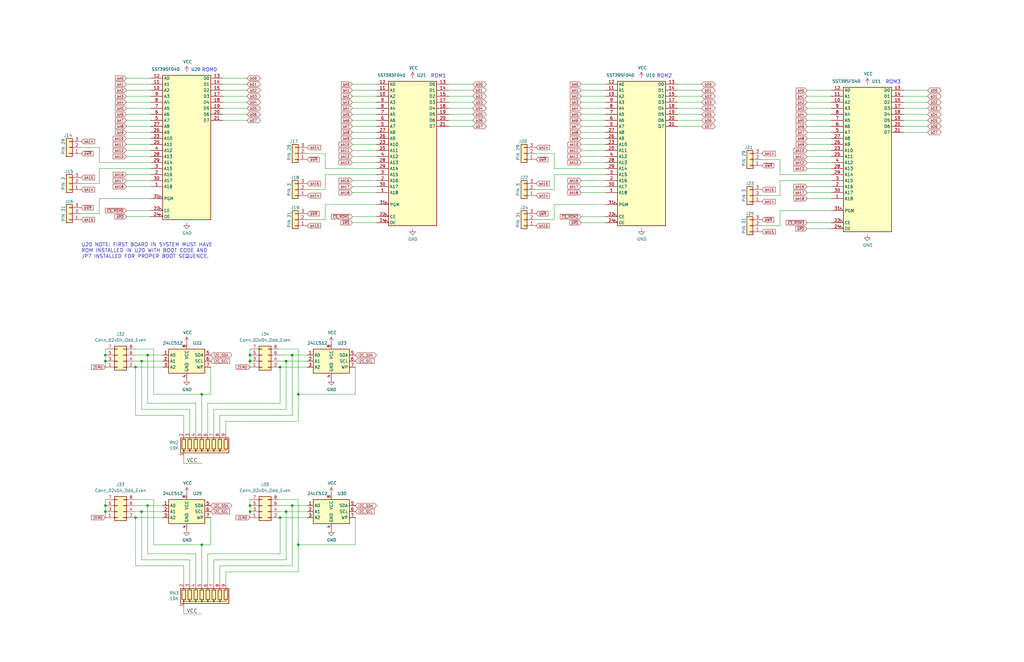
<source format=kicad_sch>
(kicad_sch (version 20211123) (generator eeschema)
  (paper "B")
  (lib_symbols
    (symbol "Connector_Generic:Conn_01x03" (pin_names (offset 1.016) hide)
      (property "Reference" "J" (at 0 5.08 0))
      (property "Value" "Conn_01x03" (at 0 -5.08 0))
      (symbol "Conn_01x03_1_1"
        (rectangle (start -1.27 -2.413) (end 0 -2.667) (stroke (width 0.1524)))
        (rectangle (start -1.27 0.127) (end 0 -0.127) (stroke (width 0.1524)))
        (rectangle (start -1.27 2.667) (end 0 2.413) (stroke (width 0.1524)))
        (rectangle (start -1.27 3.81) (end 1.27 -3.81) (stroke (width 0.254)) (fill (type background)))
        (pin passive line (at -5.08 2.54 0) (length 3.81) (name "Pin_1") (number "1"))
        (pin passive line (at -5.08 0 0) (length 3.81) (name "Pin_2") (number "2"))
        (pin passive line (at -5.08 -2.54 0) (length 3.81) (name "Pin_3") (number "3"))
      )
    )
    (symbol "Connector_Generic:Conn_02x04_Odd_Even" (pin_names (offset 1.016) hide)
      (property "Reference" "J" (at 1.27 5.08 0))
      (property "Value" "Conn_02x04_Odd_Even" (at 1.27 -7.62 0))
      (symbol "Conn_02x04_Odd_Even_1_1"
        (rectangle (start -1.27 -4.953) (end 0 -5.207) (stroke (width 0.1524)))
        (rectangle (start -1.27 -2.413) (end 0 -2.667) (stroke (width 0.1524)))
        (rectangle (start -1.27 0.127) (end 0 -0.127) (stroke (width 0.1524)))
        (rectangle (start -1.27 2.667) (end 0 2.413) (stroke (width 0.1524)))
        (rectangle (start -1.27 3.81) (end 3.81 -6.35) (stroke (width 0.254)) (fill (type background)))
        (rectangle (start 3.81 -4.953) (end 2.54 -5.207) (stroke (width 0.1524)))
        (rectangle (start 3.81 -2.413) (end 2.54 -2.667) (stroke (width 0.1524)))
        (rectangle (start 3.81 0.127) (end 2.54 -0.127) (stroke (width 0.1524)))
        (rectangle (start 3.81 2.667) (end 2.54 2.413) (stroke (width 0.1524)))
        (pin passive line (at -5.08 2.54 0) (length 3.81) (name "Pin_1") (number "1"))
        (pin passive line (at 7.62 2.54 180) (length 3.81) (name "Pin_2") (number "2"))
        (pin passive line (at -5.08 0 0) (length 3.81) (name "Pin_3") (number "3"))
        (pin passive line (at 7.62 0 180) (length 3.81) (name "Pin_4") (number "4"))
        (pin passive line (at -5.08 -2.54 0) (length 3.81) (name "Pin_5") (number "5"))
        (pin passive line (at 7.62 -2.54 180) (length 3.81) (name "Pin_6") (number "6"))
        (pin passive line (at -5.08 -5.08 0) (length 3.81) (name "Pin_7") (number "7"))
        (pin passive line (at 7.62 -5.08 180) (length 3.81) (name "Pin_8") (number "8"))
      )
    )
    (symbol "Device:R_Network08" (pin_names (offset 0) hide)
      (property "Reference" "RN" (at -12.7 0 90))
      (property "Value" "R_Network08" (at 10.16 0 90))
      (symbol "R_Network08_0_1"
        (rectangle (start -11.43 -3.175) (end 8.89 3.175) (stroke (width 0.254)) (fill (type background)))
        (rectangle (start -10.922 1.524) (end -9.398 -2.54) (stroke (width 0.254)))
        (circle (center -10.16 2.286) (radius 0.254) (fill (type outline)))
        (rectangle (start -8.382 1.524) (end -6.858 -2.54) (stroke (width 0.254)))
        (circle (center -7.62 2.286) (radius 0.254) (fill (type outline)))
        (rectangle (start -5.842 1.524) (end -4.318 -2.54) (stroke (width 0.254)))
        (circle (center -5.08 2.286) (radius 0.254) (fill (type outline)))
        (rectangle (start -3.302 1.524) (end -1.778 -2.54) (stroke (width 0.254)))
        (circle (center -2.54 2.286) (radius 0.254) (fill (type outline)))
        (rectangle (start -0.762 1.524) (end 0.762 -2.54) (stroke (width 0.254)))
        (polyline (pts (xy -10.16 -2.54) (xy -10.16 -3.81)))
        (polyline (pts (xy -7.62 -2.54) (xy -7.62 -3.81)))
        (polyline (pts (xy -5.08 -2.54) (xy -5.08 -3.81)))
        (polyline (pts (xy -2.54 -2.54) (xy -2.54 -3.81)))
        (polyline (pts (xy 0 -2.54) (xy 0 -3.81)))
        (polyline (pts (xy 2.54 -2.54) (xy 2.54 -3.81)))
        (polyline (pts (xy 5.08 -2.54) (xy 5.08 -3.81)))
        (polyline (pts (xy 7.62 -2.54) (xy 7.62 -3.81)))
        (polyline (pts (xy -10.16 1.524) (xy -10.16 2.286) (xy -7.62 2.286) (xy -7.62 1.524)))
        (polyline (pts (xy -7.62 1.524) (xy -7.62 2.286) (xy -5.08 2.286) (xy -5.08 1.524)))
        (polyline (pts (xy -5.08 1.524) (xy -5.08 2.286) (xy -2.54 2.286) (xy -2.54 1.524)))
        (polyline (pts (xy -2.54 1.524) (xy -2.54 2.286) (xy 0 2.286) (xy 0 1.524)))
        (polyline (pts (xy 0 1.524) (xy 0 2.286) (xy 2.54 2.286) (xy 2.54 1.524)))
        (polyline (pts (xy 2.54 1.524) (xy 2.54 2.286) (xy 5.08 2.286) (xy 5.08 1.524)))
        (polyline (pts (xy 5.08 1.524) (xy 5.08 2.286) (xy 7.62 2.286) (xy 7.62 1.524)))
        (circle (center 0 2.286) (radius 0.254) (fill (type outline)))
        (rectangle (start 1.778 1.524) (end 3.302 -2.54) (stroke (width 0.254)))
        (circle (center 2.54 2.286) (radius 0.254) (fill (type outline)))
        (rectangle (start 4.318 1.524) (end 5.842 -2.54) (stroke (width 0.254)))
        (circle (center 5.08 2.286) (radius 0.254) (fill (type outline)))
        (rectangle (start 6.858 1.524) (end 8.382 -2.54) (stroke (width 0.254)))
      )
      (symbol "R_Network08_1_1"
        (pin passive line (at -10.16 5.08 270) (length 2.54) (name "common") (number "1"))
        (pin passive line (at -10.16 -5.08 90) (length 1.27) (name "R1") (number "2"))
        (pin passive line (at -7.62 -5.08 90) (length 1.27) (name "R2") (number "3"))
        (pin passive line (at -5.08 -5.08 90) (length 1.27) (name "R3") (number "4"))
        (pin passive line (at -2.54 -5.08 90) (length 1.27) (name "R4") (number "5"))
        (pin passive line (at 0 -5.08 90) (length 1.27) (name "R5") (number "6"))
        (pin passive line (at 2.54 -5.08 90) (length 1.27) (name "R6") (number "7"))
        (pin passive line (at 5.08 -5.08 90) (length 1.27) (name "R7") (number "8"))
        (pin passive line (at 7.62 -5.08 90) (length 1.27) (name "R8") (number "9"))
      )
    )
    (symbol "Memory_EEPROM:24LC512"
      (property "Reference" "U" (at -6.35 6.35 0))
      (property "Value" "24LC512" (at 1.27 6.35 0))
      (symbol "24LC512_1_1"
        (rectangle (start -7.62 5.08) (end 7.62 -5.08) (stroke (width 0.254)) (fill (type background)))
        (pin input line (at -10.16 2.54 0) (length 2.54) (name "A0") (number "1"))
        (pin input line (at -10.16 0 0) (length 2.54) (name "A1") (number "2"))
        (pin input line (at -10.16 -2.54 0) (length 2.54) (name "A2") (number "3"))
        (pin power_in line (at 0 -7.62 90) (length 2.54) (name "GND") (number "4"))
        (pin bidirectional line (at 10.16 2.54 180) (length 2.54) (name "SDA") (number "5"))
        (pin input line (at 10.16 0 180) (length 2.54) (name "SCL") (number "6"))
        (pin input line (at 10.16 -2.54 180) (length 2.54) (name "WP") (number "7"))
        (pin power_in line (at 0 7.62 270) (length 2.54) (name "VCC") (number "8"))
      )
    )
    (symbol "Memory_Flash:SST39SF040"
      (property "Reference" "U" (at 2.54 33.02 0))
      (property "Value" "SST39SF040" (at 0 -30.48 0))
      (symbol "SST39SF040_0_0"
        (pin power_in line (at 0 -30.48 90) (length 1.27) hide (name "GND") (number "16"))
        (pin power_in line (at 0 33.02 270) (length 1.27) hide (name "VCC") (number "32"))
      )
      (symbol "SST39SF040_0_1"
        (rectangle (start -10.16 31.75) (end 10.16 -29.21) (stroke (width 0.254)) (fill (type background)))
      )
      (symbol "SST39SF040_1_1"
        (pin input line (at -15.24 -15.24 0) (length 5.08) (name "A18") (number "1"))
        (pin input line (at -15.24 25.4 0) (length 5.08) (name "A2") (number "10"))
        (pin input line (at -15.24 27.94 0) (length 5.08) (name "A1") (number "11"))
        (pin input line (at -15.24 30.48 0) (length 5.08) (name "A0") (number "12"))
        (pin tri_state line (at 15.24 30.48 180) (length 5.08) (name "D0") (number "13"))
        (pin tri_state line (at 15.24 27.94 180) (length 5.08) (name "D1") (number "14"))
        (pin tri_state line (at 15.24 25.4 180) (length 5.08) (name "D2") (number "15"))
        (pin tri_state line (at 15.24 22.86 180) (length 5.08) (name "D3") (number "17"))
        (pin tri_state line (at 15.24 20.32 180) (length 5.08) (name "D4") (number "18"))
        (pin tri_state line (at 15.24 17.78 180) (length 5.08) (name "D5") (number "19"))
        (pin input line (at -15.24 -10.16 0) (length 5.08) (name "A16") (number "2"))
        (pin tri_state line (at 15.24 15.24 180) (length 5.08) (name "D6") (number "20"))
        (pin tri_state line (at 15.24 12.7 180) (length 5.08) (name "D7") (number "21"))
        (pin input input_low (at -15.24 -25.4 0) (length 5.08) (name "CE") (number "22"))
        (pin input line (at -15.24 5.08 0) (length 5.08) (name "A10") (number "23"))
        (pin input input_low (at -15.24 -27.94 0) (length 5.08) (name "OE") (number "24"))
        (pin input line (at -15.24 2.54 0) (length 5.08) (name "A11") (number "25"))
        (pin input line (at -15.24 7.62 0) (length 5.08) (name "A9") (number "26"))
        (pin input line (at -15.24 10.16 0) (length 5.08) (name "A8") (number "27"))
        (pin input line (at -15.24 -2.54 0) (length 5.08) (name "A13") (number "28"))
        (pin input line (at -15.24 -5.08 0) (length 5.08) (name "A14") (number "29"))
        (pin input line (at -15.24 -7.62 0) (length 5.08) (name "A15") (number "3"))
        (pin input line (at -15.24 -12.7 0) (length 5.08) (name "A17") (number "30"))
        (pin input input_low (at -15.24 -20.32 0) (length 5.08) (name "PGM") (number "31"))
        (pin input line (at -15.24 0 0) (length 5.08) (name "A12") (number "4"))
        (pin input line (at -15.24 12.7 0) (length 5.08) (name "A7") (number "5"))
        (pin input line (at -15.24 15.24 0) (length 5.08) (name "A6") (number "6"))
        (pin input line (at -15.24 17.78 0) (length 5.08) (name "A5") (number "7"))
        (pin input line (at -15.24 20.32 0) (length 5.08) (name "A4") (number "8"))
        (pin input line (at -15.24 22.86 0) (length 5.08) (name "A3") (number "9"))
      )
    )
    (symbol "power:GND" (power) (pin_names (offset 0))
      (property "Value" "GND" (at 0 -3.81 0))
      (symbol "GND_0_1"
        (polyline (pts (xy 0 0) (xy 0 -1.27) (xy 1.27 -1.27) (xy 0 -2.54) (xy -1.27 -1.27) (xy 0 -1.27)))
      )
      (symbol "GND_1_1"
        (pin power_in line (at 0 0 270) (length 0) hide (name "GND") (number "1"))
      )
    )
    (symbol "power:VCC" (power) (pin_names (offset 0))
      (property "Value" "VCC" (at 0 3.81 0))
      (symbol "VCC_0_1"
        (polyline (pts (xy -0.762 1.27) (xy 0 2.54)))
        (polyline (pts (xy 0 0) (xy 0 2.54)))
        (polyline (pts (xy 0 2.54) (xy 0.762 1.27)))
      )
      (symbol "VCC_1_1"
        (pin power_in line (at 0 0 90) (length 0) hide (name "VCC") (number "1"))
      )
    )
  )
  (junction (at 85.09 166.37))
  (junction (at 123.19 213.36))
  (junction (at 59.69 215.9))
  (junction (at 105.41 213.36))
  (junction (at 57.15 218.44))
  (junction (at 105.41 149.86))
  (junction (at 62.23 149.86))
  (junction (at 44.45 213.36))
  (junction (at 118.11 154.94))
  (junction (at 125.73 166.37))
  (junction (at 57.15 154.94))
  (junction (at 62.23 213.36))
  (junction (at 59.69 152.4))
  (junction (at 120.65 215.9))
  (junction (at 105.41 152.4))
  (junction (at 125.73 229.87))
  (junction (at 85.09 229.87))
  (junction (at 105.41 215.9))
  (junction (at 120.65 152.4))
  (junction (at 118.11 218.44))
  (junction (at 44.45 152.4))
  (junction (at 44.45 215.9))
  (junction (at 123.19 149.86))
  (junction (at 44.45 149.86))
  (wire (pts (xy 245.11 40.64) (xy 255.27 40.64)))
  (wire (pts (xy 41.91 83.82) (xy 63.5 83.82)))
  (wire (pts (xy 340.36 38.1) (xy 350.52 38.1)))
  (wire (pts (xy 381 50.8) (xy 391.16 50.8)))
  (wire (pts (xy 189.23 38.1) (xy 199.39 38.1)))
  (wire (pts (xy 41.91 68.58) (xy 41.91 62.23)))
  (wire (pts (xy 120.65 172.72) (xy 120.65 152.4)))
  (wire (pts (xy 245.11 76.2) (xy 255.27 76.2)))
  (wire (pts (xy 85.09 166.37) (xy 85.09 182.88)))
  (wire (pts (xy 137.16 71.12) (xy 137.16 64.77)))
  (wire (pts (xy 118.11 213.36) (xy 123.19 213.36)))
  (wire (pts (xy 233.68 73.66) (xy 255.27 73.66)))
  (wire (pts (xy 62.23 213.36) (xy 68.58 213.36)))
  (wire (pts (xy 90.17 172.72) (xy 90.17 182.88)))
  (wire (pts (xy 93.98 50.8) (xy 104.14 50.8)))
  (wire (pts (xy 245.11 63.5) (xy 255.27 63.5)))
  (wire (pts (xy 125.73 147.32) (xy 125.73 166.37)))
  (wire (pts (xy 120.65 152.4) (xy 129.54 152.4)))
  (wire (pts (xy 189.23 45.72) (xy 199.39 45.72)))
  (wire (pts (xy 53.34 45.72) (xy 63.5 45.72)))
  (wire (pts (xy 57.15 147.32) (xy 64.77 147.32)))
  (wire (pts (xy 233.68 80.01) (xy 226.06 80.01)))
  (wire (pts (xy 285.75 53.34) (xy 295.91 53.34)))
  (wire (pts (xy 285.75 48.26) (xy 295.91 48.26)))
  (wire (pts (xy 118.11 215.9) (xy 120.65 215.9)))
  (wire (pts (xy 123.19 149.86) (xy 129.54 149.86)))
  (wire (pts (xy 77.47 238.76) (xy 77.47 246.38)))
  (wire (pts (xy 77.47 259.08) (xy 85.09 259.08)))
  (wire (pts (xy 53.34 76.2) (xy 63.5 76.2)))
  (wire (pts (xy 233.68 80.01) (xy 233.68 73.66)))
  (wire (pts (xy 57.15 149.86) (xy 62.23 149.86)))
  (wire (pts (xy 328.93 76.2) (xy 350.52 76.2)))
  (wire (pts (xy 93.98 43.18) (xy 104.14 43.18)))
  (wire (pts (xy 148.59 35.56) (xy 158.75 35.56)))
  (wire (pts (xy 125.73 229.87) (xy 149.86 229.87)))
  (wire (pts (xy 105.41 147.32) (xy 105.41 149.86)))
  (wire (pts (xy 87.63 170.18) (xy 118.11 170.18)))
  (wire (pts (xy 148.59 78.74) (xy 158.75 78.74)))
  (wire (pts (xy 77.47 238.76) (xy 57.15 238.76)))
  (wire (pts (xy 90.17 172.72) (xy 120.65 172.72)))
  (wire (pts (xy 41.91 68.58) (xy 63.5 68.58)))
  (wire (pts (xy 381 38.1) (xy 391.16 38.1)))
  (wire (pts (xy 148.59 66.04) (xy 158.75 66.04)))
  (wire (pts (xy 149.86 166.37) (xy 149.86 154.94)))
  (wire (pts (xy 87.63 182.88) (xy 87.63 170.18)))
  (wire (pts (xy 340.36 83.82) (xy 350.52 83.82)))
  (wire (pts (xy 137.16 92.71) (xy 129.54 92.71)))
  (wire (pts (xy 85.09 166.37) (xy 88.9 166.37)))
  (wire (pts (xy 233.68 86.36) (xy 233.68 92.71)))
  (wire (pts (xy 77.47 175.26) (xy 57.15 175.26)))
  (wire (pts (xy 189.23 43.18) (xy 199.39 43.18)))
  (wire (pts (xy 105.41 210.82) (xy 105.41 213.36)))
  (wire (pts (xy 381 53.34) (xy 391.16 53.34)))
  (wire (pts (xy 64.77 166.37) (xy 85.09 166.37)))
  (wire (pts (xy 57.15 154.94) (xy 68.58 154.94)))
  (wire (pts (xy 53.34 38.1) (xy 63.5 38.1)))
  (wire (pts (xy 92.71 182.88) (xy 92.71 175.26)))
  (wire (pts (xy 148.59 93.98) (xy 158.75 93.98)))
  (wire (pts (xy 82.55 233.68) (xy 62.23 233.68)))
  (wire (pts (xy 245.11 45.72) (xy 255.27 45.72)))
  (wire (pts (xy 105.41 215.9) (xy 105.41 218.44)))
  (wire (pts (xy 90.17 236.22) (xy 120.65 236.22)))
  (wire (pts (xy 125.73 177.8) (xy 95.25 177.8)))
  (wire (pts (xy 125.73 166.37) (xy 149.86 166.37)))
  (wire (pts (xy 53.34 88.9) (xy 63.5 88.9)))
  (wire (pts (xy 340.36 96.52) (xy 350.52 96.52)))
  (wire (pts (xy 41.91 77.47) (xy 34.29 77.47)))
  (wire (pts (xy 340.36 53.34) (xy 350.52 53.34)))
  (wire (pts (xy 87.63 233.68) (xy 118.11 233.68)))
  (wire (pts (xy 350.52 78.74) (xy 340.36 78.74)))
  (wire (pts (xy 92.71 246.38) (xy 92.71 238.76)))
  (wire (pts (xy 245.11 43.18) (xy 255.27 43.18)))
  (wire (pts (xy 118.11 154.94) (xy 129.54 154.94)))
  (wire (pts (xy 44.45 210.82) (xy 44.45 213.36)))
  (wire (pts (xy 62.23 149.86) (xy 68.58 149.86)))
  (wire (pts (xy 118.11 218.44) (xy 129.54 218.44)))
  (wire (pts (xy 285.75 35.56) (xy 295.91 35.56)))
  (wire (pts (xy 53.34 43.18) (xy 63.5 43.18)))
  (wire (pts (xy 123.19 213.36) (xy 129.54 213.36)))
  (wire (pts (xy 59.69 172.72) (xy 80.01 172.72)))
  (wire (pts (xy 44.45 213.36) (xy 44.45 215.9)))
  (wire (pts (xy 381 40.64) (xy 391.16 40.64)))
  (wire (pts (xy 125.73 166.37) (xy 125.73 177.8)))
  (wire (pts (xy 82.55 233.68) (xy 82.55 246.38)))
  (wire (pts (xy 245.11 93.98) (xy 255.27 93.98)))
  (wire (pts (xy 137.16 80.01) (xy 137.16 73.66)))
  (wire (pts (xy 88.9 229.87) (xy 88.9 218.44)))
  (wire (pts (xy 340.36 58.42) (xy 350.52 58.42)))
  (wire (pts (xy 57.15 218.44) (xy 68.58 218.44)))
  (wire (pts (xy 57.15 210.82) (xy 64.77 210.82)))
  (wire (pts (xy 148.59 53.34) (xy 158.75 53.34)))
  (wire (pts (xy 340.36 68.58) (xy 350.52 68.58)))
  (wire (pts (xy 59.69 152.4) (xy 68.58 152.4)))
  (wire (pts (xy 245.11 55.88) (xy 255.27 55.88)))
  (wire (pts (xy 340.36 81.28) (xy 350.52 81.28)))
  (wire (pts (xy 328.93 73.66) (xy 328.93 67.31)))
  (wire (pts (xy 87.63 246.38) (xy 87.63 233.68)))
  (wire (pts (xy 245.11 58.42) (xy 255.27 58.42)))
  (wire (pts (xy 118.11 218.44) (xy 118.11 233.68)))
  (wire (pts (xy 59.69 215.9) (xy 59.69 236.22)))
  (wire (pts (xy 245.11 81.28) (xy 255.27 81.28)))
  (wire (pts (xy 148.59 63.5) (xy 158.75 63.5)))
  (wire (pts (xy 92.71 175.26) (xy 123.19 175.26)))
  (wire (pts (xy 125.73 229.87) (xy 125.73 241.3)))
  (wire (pts (xy 95.25 241.3) (xy 95.25 246.38)))
  (wire (pts (xy 148.59 81.28) (xy 158.75 81.28)))
  (wire (pts (xy 57.15 238.76) (xy 57.15 218.44)))
  (wire (pts (xy 93.98 48.26) (xy 104.14 48.26)))
  (wire (pts (xy 245.11 38.1) (xy 255.27 38.1)))
  (wire (pts (xy 120.65 215.9) (xy 129.54 215.9)))
  (wire (pts (xy 53.34 63.5) (xy 63.5 63.5)))
  (wire (pts (xy 53.34 91.44) (xy 63.5 91.44)))
  (wire (pts (xy 53.34 78.74) (xy 63.5 78.74)))
  (wire (pts (xy 125.73 241.3) (xy 95.25 241.3)))
  (wire (pts (xy 90.17 236.22) (xy 90.17 246.38)))
  (wire (pts (xy 62.23 170.18) (xy 62.23 149.86)))
  (wire (pts (xy 41.91 71.12) (xy 63.5 71.12)))
  (wire (pts (xy 340.36 48.26) (xy 350.52 48.26)))
  (wire (pts (xy 120.65 236.22) (xy 120.65 215.9)))
  (wire (pts (xy 88.9 166.37) (xy 88.9 154.94)))
  (wire (pts (xy 105.41 213.36) (xy 105.41 215.9)))
  (wire (pts (xy 118.11 152.4) (xy 120.65 152.4)))
  (wire (pts (xy 41.91 90.17) (xy 34.29 90.17)))
  (wire (pts (xy 137.16 71.12) (xy 158.75 71.12)))
  (wire (pts (xy 123.19 149.86) (xy 123.19 175.26)))
  (wire (pts (xy 340.36 66.04) (xy 350.52 66.04)))
  (wire (pts (xy 82.55 170.18) (xy 62.23 170.18)))
  (wire (pts (xy 105.41 152.4) (xy 105.41 154.94)))
  (wire (pts (xy 340.36 55.88) (xy 350.52 55.88)))
  (wire (pts (xy 93.98 45.72) (xy 104.14 45.72)))
  (wire (pts (xy 328.93 73.66) (xy 350.52 73.66)))
  (wire (pts (xy 53.34 40.64) (xy 63.5 40.64)))
  (wire (pts (xy 148.59 68.58) (xy 158.75 68.58)))
  (wire (pts (xy 245.11 50.8) (xy 255.27 50.8)))
  (wire (pts (xy 285.75 40.64) (xy 295.91 40.64)))
  (wire (pts (xy 59.69 236.22) (xy 80.01 236.22)))
  (wire (pts (xy 328.93 82.55) (xy 321.31 82.55)))
  (wire (pts (xy 189.23 50.8) (xy 199.39 50.8)))
  (wire (pts (xy 64.77 210.82) (xy 64.77 229.87)))
  (wire (pts (xy 53.34 48.26) (xy 63.5 48.26)))
  (wire (pts (xy 158.75 76.2) (xy 148.59 76.2)))
  (wire (pts (xy 118.11 210.82) (xy 125.73 210.82)))
  (wire (pts (xy 148.59 55.88) (xy 158.75 55.88)))
  (wire (pts (xy 93.98 38.1) (xy 104.14 38.1)))
  (wire (pts (xy 77.47 195.58) (xy 85.09 195.58)))
  (wire (pts (xy 77.47 195.58) (xy 77.47 193.04)))
  (wire (pts (xy 41.91 83.82) (xy 41.91 90.17)))
  (wire (pts (xy 41.91 62.23) (xy 34.29 62.23)))
  (wire (pts (xy 245.11 68.58) (xy 255.27 68.58)))
  (wire (pts (xy 245.11 53.34) (xy 255.27 53.34)))
  (wire (pts (xy 118.11 149.86) (xy 123.19 149.86)))
  (wire (pts (xy 59.69 152.4) (xy 59.69 172.72)))
  (wire (pts (xy 328.93 67.31) (xy 321.31 67.31)))
  (wire (pts (xy 245.11 66.04) (xy 255.27 66.04)))
  (wire (pts (xy 340.36 43.18) (xy 350.52 43.18)))
  (wire (pts (xy 57.15 213.36) (xy 62.23 213.36)))
  (wire (pts (xy 64.77 147.32) (xy 64.77 166.37)))
  (wire (pts (xy 80.01 172.72) (xy 80.01 182.88)))
  (wire (pts (xy 137.16 86.36) (xy 137.16 92.71)))
  (wire (pts (xy 105.41 149.86) (xy 105.41 152.4)))
  (wire (pts (xy 93.98 40.64) (xy 104.14 40.64)))
  (wire (pts (xy 233.68 64.77) (xy 226.06 64.77)))
  (wire (pts (xy 85.09 229.87) (xy 88.9 229.87)))
  (wire (pts (xy 245.11 48.26) (xy 255.27 48.26)))
  (wire (pts (xy 340.36 50.8) (xy 350.52 50.8)))
  (wire (pts (xy 137.16 73.66) (xy 158.75 73.66)))
  (wire (pts (xy 328.93 88.9) (xy 328.93 95.25)))
  (wire (pts (xy 53.34 53.34) (xy 63.5 53.34)))
  (wire (pts (xy 381 45.72) (xy 391.16 45.72)))
  (wire (pts (xy 62.23 233.68) (xy 62.23 213.36)))
  (wire (pts (xy 148.59 50.8) (xy 158.75 50.8)))
  (wire (pts (xy 148.59 40.64) (xy 158.75 40.64)))
  (wire (pts (xy 137.16 64.77) (xy 129.54 64.77)))
  (wire (pts (xy 64.77 229.87) (xy 85.09 229.87)))
  (wire (pts (xy 95.25 177.8) (xy 95.25 182.88)))
  (wire (pts (xy 137.16 86.36) (xy 158.75 86.36)))
  (wire (pts (xy 189.23 40.64) (xy 199.39 40.64)))
  (wire (pts (xy 77.47 259.08) (xy 77.47 256.54)))
  (wire (pts (xy 148.59 48.26) (xy 158.75 48.26)))
  (wire (pts (xy 381 48.26) (xy 391.16 48.26)))
  (wire (pts (xy 53.34 73.66) (xy 63.5 73.66)))
  (wire (pts (xy 93.98 33.02) (xy 104.14 33.02)))
  (wire (pts (xy 123.19 213.36) (xy 123.19 238.76)))
  (wire (pts (xy 340.36 45.72) (xy 350.52 45.72)))
  (wire (pts (xy 57.15 215.9) (xy 59.69 215.9)))
  (wire (pts (xy 44.45 215.9) (xy 44.45 218.44)))
  (wire (pts (xy 53.34 58.42) (xy 63.5 58.42)))
  (wire (pts (xy 118.11 154.94) (xy 118.11 170.18)))
  (wire (pts (xy 93.98 35.56) (xy 104.14 35.56)))
  (wire (pts (xy 328.93 88.9) (xy 350.52 88.9)))
  (wire (pts (xy 189.23 35.56) (xy 199.39 35.56)))
  (wire (pts (xy 245.11 91.44) (xy 255.27 91.44)))
  (wire (pts (xy 44.45 149.86) (xy 44.45 152.4)))
  (wire (pts (xy 44.45 152.4) (xy 44.45 154.94)))
  (wire (pts (xy 53.34 33.02) (xy 63.5 33.02)))
  (wire (pts (xy 53.34 60.96) (xy 63.5 60.96)))
  (wire (pts (xy 233.68 92.71) (xy 226.06 92.71)))
  (wire (pts (xy 233.68 86.36) (xy 255.27 86.36)))
  (wire (pts (xy 340.36 93.98) (xy 350.52 93.98)))
  (wire (pts (xy 148.59 91.44) (xy 158.75 91.44)))
  (wire (pts (xy 381 43.18) (xy 391.16 43.18)))
  (wire (pts (xy 41.91 77.47) (xy 41.91 71.12)))
  (wire (pts (xy 328.93 95.25) (xy 321.31 95.25)))
  (wire (pts (xy 285.75 45.72) (xy 295.91 45.72)))
  (wire (pts (xy 189.23 48.26) (xy 199.39 48.26)))
  (wire (pts (xy 53.34 55.88) (xy 63.5 55.88)))
  (wire (pts (xy 44.45 147.32) (xy 44.45 149.86)))
  (wire (pts (xy 92.71 238.76) (xy 123.19 238.76)))
  (wire (pts (xy 59.69 215.9) (xy 68.58 215.9)))
  (wire (pts (xy 149.86 218.44) (xy 149.86 229.87)))
  (wire (pts (xy 285.75 50.8) (xy 295.91 50.8)))
  (wire (pts (xy 340.36 71.12) (xy 350.52 71.12)))
  (wire (pts (xy 285.75 38.1) (xy 295.91 38.1)))
  (wire (pts (xy 245.11 78.74) (xy 255.27 78.74)))
  (wire (pts (xy 148.59 60.96) (xy 158.75 60.96)))
  (wire (pts (xy 57.15 152.4) (xy 59.69 152.4)))
  (wire (pts (xy 233.68 71.12) (xy 233.68 64.77)))
  (wire (pts (xy 245.11 60.96) (xy 255.27 60.96)))
  (wire (pts (xy 148.59 43.18) (xy 158.75 43.18)))
  (wire (pts (xy 137.16 80.01) (xy 129.54 80.01)))
  (wire (pts (xy 189.23 53.34) (xy 199.39 53.34)))
  (wire (pts (xy 82.55 170.18) (xy 82.55 182.88)))
  (wire (pts (xy 340.36 63.5) (xy 350.52 63.5)))
  (wire (pts (xy 80.01 236.22) (xy 80.01 246.38)))
  (wire (pts (xy 381 55.88) (xy 391.16 55.88)))
  (wire (pts (xy 125.73 210.82) (xy 125.73 229.87)))
  (wire (pts (xy 285.75 43.18) (xy 295.91 43.18)))
  (wire (pts (xy 328.93 82.55) (xy 328.93 76.2)))
  (wire (pts (xy 148.59 58.42) (xy 158.75 58.42)))
  (wire (pts (xy 118.11 147.32) (xy 125.73 147.32)))
  (wire (pts (xy 340.36 40.64) (xy 350.52 40.64)))
  (wire (pts (xy 233.68 71.12) (xy 255.27 71.12)))
  (wire (pts (xy 245.11 35.56) (xy 255.27 35.56)))
  (wire (pts (xy 85.09 229.87) (xy 85.09 246.38)))
  (wire (pts (xy 53.34 50.8) (xy 63.5 50.8)))
  (wire (pts (xy 57.15 175.26) (xy 57.15 154.94)))
  (wire (pts (xy 77.47 175.26) (xy 77.47 182.88)))
  (wire (pts (xy 53.34 35.56) (xy 63.5 35.56)))
  (wire (pts (xy 53.34 66.04) (xy 63.5 66.04)))
  (wire (pts (xy 148.59 38.1) (xy 158.75 38.1)))
  (wire (pts (xy 340.36 60.96) (xy 350.52 60.96)))
  (wire (pts (xy 148.59 45.72) (xy 158.75 45.72)))
  (text "ROM3" (at 373.38 35.56 0) (effects (font (size 1.524 1.524)) (justify left bottom)))
  (text "ROM1" (at 181.61 33.02 0) (effects (font (size 1.524 1.524)) (justify left bottom)))
  (text "ROM0" (at 85.09 30.48 0) (effects (font (size 1.524 1.524)) (justify left bottom)))
  (text "ROM2" (at 276.86 33.02 0) (effects (font (size 1.524 1.524)) (justify left bottom)))
  (text "U20 NOTE: FIRST BOARD IN SYSTEM MUST HAVE\nROM INSTALLED IN U20 WITH BOOT CODE AND\nJP7 INSTALLED FOR PROPER BOOT SEQUENCE." (at 34.29 109.22 0) (effects (font (size 1.524 1.524)) (justify left bottom)))
  (label "VCC" (at 78.74 259.08 0) (effects (font (size 1.524 1.524))))
  (label "VCC" (at 78.74 195.58 0) (effects (font (size 1.524 1.524))))
  (global_label "bA9" (shape input) (at 245.11 58.42 180) (effects (font (size 1.016 1.016))) (property "Intersheet References" "${INTERSHEET_REFS}" (effects hide)))
  (global_label "bA16" (shape input) (at 245.11 76.2 180) (effects (font (size 1.016 1.016))) (property "Intersheet References" "${INTERSHEET_REFS}" (effects hide)))
  (global_label "bA15" (shape input) (at 34.29 74.93 0) (effects (font (size 1.016 1.016))) (property "Intersheet References" "${INTERSHEET_REFS}" (effects hide)))
  (global_label "bD2" (shape bidirectional) (at 104.14 38.1 0) (effects (font (size 1.016 1.016))) (property "Intersheet References" "${INTERSHEET_REFS}" (effects hide)))
  (global_label "ZERO" (shape input) (at 105.41 154.94 180) (effects (font (size 1.016 1.016))) (property "Intersheet References" "${INTERSHEET_REFS}" (effects hide)))
  (global_label "bD1" (shape bidirectional) (at 295.91 38.1 0) (effects (font (size 1.016 1.016))) (property "Intersheet References" "${INTERSHEET_REFS}" (effects hide)))
  (global_label "bA7" (shape input) (at 340.36 55.88 180) (effects (font (size 1.016 1.016))) (property "Intersheet References" "${INTERSHEET_REFS}" (effects hide)))
  (global_label "bD2" (shape bidirectional) (at 295.91 40.64 0) (effects (font (size 1.016 1.016))) (property "Intersheet References" "${INTERSHEET_REFS}" (effects hide)))
  (global_label "bA3" (shape input) (at 340.36 45.72 180) (effects (font (size 1.016 1.016))) (property "Intersheet References" "${INTERSHEET_REFS}" (effects hide)))
  (global_label "bD5" (shape bidirectional) (at 199.39 48.26 0) (effects (font (size 1.016 1.016))) (property "Intersheet References" "${INTERSHEET_REFS}" (effects hide)))
  (global_label "~{CS_ROM1}" (shape input) (at 148.59 91.44 180) (effects (font (size 1.016 1.016))) (property "Intersheet References" "${INTERSHEET_REFS}" (effects hide)))
  (global_label "bA14" (shape input) (at 226.06 62.23 0) (effects (font (size 1.016 1.016))) (property "Intersheet References" "${INTERSHEET_REFS}" (effects hide)))
  (global_label "bA11" (shape input) (at 148.59 63.5 180) (effects (font (size 1.016 1.016))) (property "Intersheet References" "${INTERSHEET_REFS}" (effects hide)))
  (global_label "bA2" (shape input) (at 245.11 40.64 180) (effects (font (size 1.016 1.016))) (property "Intersheet References" "${INTERSHEET_REFS}" (effects hide)))
  (global_label "bA16" (shape input) (at 148.59 76.2 180) (effects (font (size 1.016 1.016))) (property "Intersheet References" "${INTERSHEET_REFS}" (effects hide)))
  (global_label "bA17" (shape input) (at 245.11 78.74 180) (effects (font (size 1.016 1.016))) (property "Intersheet References" "${INTERSHEET_REFS}" (effects hide)))
  (global_label "~{bRD}" (shape input) (at 245.11 93.98 180) (effects (font (size 1.016 1.016))) (property "Intersheet References" "${INTERSHEET_REFS}" (effects hide)))
  (global_label "bA7" (shape input) (at 148.59 53.34 180) (effects (font (size 1.016 1.016))) (property "Intersheet References" "${INTERSHEET_REFS}" (effects hide)))
  (global_label "bA14" (shape input) (at 129.54 62.23 0) (effects (font (size 1.016 1.016))) (property "Intersheet References" "${INTERSHEET_REFS}" (effects hide)))
  (global_label "bD4" (shape bidirectional) (at 295.91 45.72 0) (effects (font (size 1.016 1.016))) (property "Intersheet References" "${INTERSHEET_REFS}" (effects hide)))
  (global_label "bA14" (shape input) (at 226.06 82.55 0) (effects (font (size 1.016 1.016))) (property "Intersheet References" "${INTERSHEET_REFS}" (effects hide)))
  (global_label "bA11" (shape input) (at 340.36 66.04 180) (effects (font (size 1.016 1.016))) (property "Intersheet References" "${INTERSHEET_REFS}" (effects hide)))
  (global_label "bA16" (shape input) (at 340.36 78.74 180) (effects (font (size 1.016 1.016))) (property "Intersheet References" "${INTERSHEET_REFS}" (effects hide)))
  (global_label "bD1" (shape bidirectional) (at 104.14 35.56 0) (effects (font (size 1.016 1.016))) (property "Intersheet References" "${INTERSHEET_REFS}" (effects hide)))
  (global_label "bA3" (shape input) (at 148.59 43.18 180) (effects (font (size 1.016 1.016))) (property "Intersheet References" "${INTERSHEET_REFS}" (effects hide)))
  (global_label "bD6" (shape bidirectional) (at 391.16 53.34 0) (effects (font (size 1.016 1.016))) (property "Intersheet References" "${INTERSHEET_REFS}" (effects hide)))
  (global_label "bA13" (shape input) (at 53.34 66.04 180) (effects (font (size 1.016 1.016))) (property "Intersheet References" "${INTERSHEET_REFS}" (effects hide)))
  (global_label "bA6" (shape input) (at 53.34 48.26 180) (effects (font (size 1.016 1.016))) (property "Intersheet References" "${INTERSHEET_REFS}" (effects hide)))
  (global_label "bD2" (shape bidirectional) (at 199.39 40.64 0) (effects (font (size 1.016 1.016))) (property "Intersheet References" "${INTERSHEET_REFS}" (effects hide)))
  (global_label "bD7" (shape bidirectional) (at 104.14 50.8 0) (effects (font (size 1.016 1.016))) (property "Intersheet References" "${INTERSHEET_REFS}" (effects hide)))
  (global_label "I2C_SCL" (shape input) (at 88.9 152.4 0) (effects (font (size 1.016 1.016))) (property "Intersheet References" "${INTERSHEET_REFS}" (effects hide)))
  (global_label "bD5" (shape bidirectional) (at 104.14 45.72 0) (effects (font (size 1.016 1.016))) (property "Intersheet References" "${INTERSHEET_REFS}" (effects hide)))
  (global_label "bA10" (shape input) (at 245.11 60.96 180) (effects (font (size 1.016 1.016))) (property "Intersheet References" "${INTERSHEET_REFS}" (effects hide)))
  (global_label "I2C_SDA" (shape bidirectional) (at 88.9 149.86 0) (effects (font (size 1.016 1.016))) (property "Intersheet References" "${INTERSHEET_REFS}" (effects hide)))
  (global_label "ZERO" (shape input) (at 105.41 218.44 180) (effects (font (size 1.016 1.016))) (property "Intersheet References" "${INTERSHEET_REFS}" (effects hide)))
  (global_label "bA5" (shape input) (at 148.59 48.26 180) (effects (font (size 1.016 1.016))) (property "Intersheet References" "${INTERSHEET_REFS}" (effects hide)))
  (global_label "bA16" (shape input) (at 53.34 73.66 180) (effects (font (size 1.016 1.016))) (property "Intersheet References" "${INTERSHEET_REFS}" (effects hide)))
  (global_label "bA10" (shape input) (at 148.59 60.96 180) (effects (font (size 1.016 1.016))) (property "Intersheet References" "${INTERSHEET_REFS}" (effects hide)))
  (global_label "bA14" (shape input) (at 34.29 59.69 0) (effects (font (size 1.016 1.016))) (property "Intersheet References" "${INTERSHEET_REFS}" (effects hide)))
  (global_label "bA17" (shape input) (at 340.36 81.28 180) (effects (font (size 1.016 1.016))) (property "Intersheet References" "${INTERSHEET_REFS}" (effects hide)))
  (global_label "bA18" (shape input) (at 340.36 83.82 180) (effects (font (size 1.016 1.016))) (property "Intersheet References" "${INTERSHEET_REFS}" (effects hide)))
  (global_label "bA9" (shape input) (at 340.36 60.96 180) (effects (font (size 1.016 1.016))) (property "Intersheet References" "${INTERSHEET_REFS}" (effects hide)))
  (global_label "ZERO" (shape input) (at 44.45 154.94 180) (effects (font (size 1.016 1.016))) (property "Intersheet References" "${INTERSHEET_REFS}" (effects hide)))
  (global_label "bA5" (shape input) (at 53.34 45.72 180) (effects (font (size 1.016 1.016))) (property "Intersheet References" "${INTERSHEET_REFS}" (effects hide)))
  (global_label "bA14" (shape input) (at 129.54 82.55 0) (effects (font (size 1.016 1.016))) (property "Intersheet References" "${INTERSHEET_REFS}" (effects hide)))
  (global_label "bA18" (shape input) (at 53.34 78.74 180) (effects (font (size 1.016 1.016))) (property "Intersheet References" "${INTERSHEET_REFS}" (effects hide)))
  (global_label "bA0" (shape input) (at 340.36 38.1 180) (effects (font (size 1.016 1.016))) (property "Intersheet References" "${INTERSHEET_REFS}" (effects hide)))
  (global_label "bA3" (shape input) (at 245.11 43.18 180) (effects (font (size 1.016 1.016))) (property "Intersheet References" "${INTERSHEET_REFS}" (effects hide)))
  (global_label "bD4" (shape bidirectional) (at 391.16 48.26 0) (effects (font (size 1.016 1.016))) (property "Intersheet References" "${INTERSHEET_REFS}" (effects hide)))
  (global_label "bD3" (shape bidirectional) (at 104.14 40.64 0) (effects (font (size 1.016 1.016))) (property "Intersheet References" "${INTERSHEET_REFS}" (effects hide)))
  (global_label "bA17" (shape input) (at 53.34 76.2 180) (effects (font (size 1.016 1.016))) (property "Intersheet References" "${INTERSHEET_REFS}" (effects hide)))
  (global_label "bA10" (shape input) (at 53.34 58.42 180) (effects (font (size 1.016 1.016))) (property "Intersheet References" "${INTERSHEET_REFS}" (effects hide)))
  (global_label "bA14" (shape input) (at 34.29 80.01 0) (effects (font (size 1.016 1.016))) (property "Intersheet References" "${INTERSHEET_REFS}" (effects hide)))
  (global_label "bA15" (shape input) (at 226.06 95.25 0) (effects (font (size 1.016 1.016))) (property "Intersheet References" "${INTERSHEET_REFS}" (effects hide)))
  (global_label "bD5" (shape bidirectional) (at 295.91 48.26 0) (effects (font (size 1.016 1.016))) (property "Intersheet References" "${INTERSHEET_REFS}" (effects hide)))
  (global_label "I2C_SDA" (shape bidirectional) (at 149.86 149.86 0) (effects (font (size 1.016 1.016))) (property "Intersheet References" "${INTERSHEET_REFS}" (effects hide)))
  (global_label "bA4" (shape input) (at 340.36 48.26 180) (effects (font (size 1.016 1.016))) (property "Intersheet References" "${INTERSHEET_REFS}" (effects hide)))
  (global_label "bA8" (shape input) (at 53.34 53.34 180) (effects (font (size 1.016 1.016))) (property "Intersheet References" "${INTERSHEET_REFS}" (effects hide)))
  (global_label "I2C_SDA" (shape bidirectional) (at 149.86 213.36 0) (effects (font (size 1.016 1.016))) (property "Intersheet References" "${INTERSHEET_REFS}" (effects hide)))
  (global_label "~{bWR}" (shape input) (at 34.29 64.77 0) (effects (font (size 1.016 1.016))) (property "Intersheet References" "${INTERSHEET_REFS}" (effects hide)))
  (global_label "~{bRD}" (shape input) (at 53.34 91.44 180) (effects (font (size 1.016 1.016))) (property "Intersheet References" "${INTERSHEET_REFS}" (effects hide)))
  (global_label "bA17" (shape input) (at 148.59 78.74 180) (effects (font (size 1.016 1.016))) (property "Intersheet References" "${INTERSHEET_REFS}" (effects hide)))
  (global_label "I2C_SCL" (shape input) (at 149.86 215.9 0) (effects (font (size 1.016 1.016))) (property "Intersheet References" "${INTERSHEET_REFS}" (effects hide)))
  (global_label "bA13" (shape input) (at 340.36 71.12 180) (effects (font (size 1.016 1.016))) (property "Intersheet References" "${INTERSHEET_REFS}" (effects hide)))
  (global_label "bD2" (shape bidirectional) (at 391.16 43.18 0) (effects (font (size 1.016 1.016))) (property "Intersheet References" "${INTERSHEET_REFS}" (effects hide)))
  (global_label "bD6" (shape bidirectional) (at 199.39 50.8 0) (effects (font (size 1.016 1.016))) (property "Intersheet References" "${INTERSHEET_REFS}" (effects hide)))
  (global_label "bA2" (shape input) (at 340.36 43.18 180) (effects (font (size 1.016 1.016))) (property "Intersheet References" "${INTERSHEET_REFS}" (effects hide)))
  (global_label "bA11" (shape input) (at 53.34 60.96 180) (effects (font (size 1.016 1.016))) (property "Intersheet References" "${INTERSHEET_REFS}" (effects hide)))
  (global_label "bA15" (shape input) (at 129.54 77.47 0) (effects (font (size 1.016 1.016))) (property "Intersheet References" "${INTERSHEET_REFS}" (effects hide)))
  (global_label "I2C_SCL" (shape input) (at 149.86 152.4 0) (effects (font (size 1.016 1.016))) (property "Intersheet References" "${INTERSHEET_REFS}" (effects hide)))
  (global_label "bA1" (shape input) (at 245.11 38.1 180) (effects (font (size 1.016 1.016))) (property "Intersheet References" "${INTERSHEET_REFS}" (effects hide)))
  (global_label "~{bWR}" (shape input) (at 129.54 67.31 0) (effects (font (size 1.016 1.016))) (property "Intersheet References" "${INTERSHEET_REFS}" (effects hide)))
  (global_label "bA1" (shape input) (at 148.59 38.1 180) (effects (font (size 1.016 1.016))) (property "Intersheet References" "${INTERSHEET_REFS}" (effects hide)))
  (global_label "bA18" (shape input) (at 148.59 81.28 180) (effects (font (size 1.016 1.016))) (property "Intersheet References" "${INTERSHEET_REFS}" (effects hide)))
  (global_label "bD3" (shape bidirectional) (at 391.16 45.72 0) (effects (font (size 1.016 1.016))) (property "Intersheet References" "${INTERSHEET_REFS}" (effects hide)))
  (global_label "bD6" (shape bidirectional) (at 104.14 48.26 0) (effects (font (size 1.016 1.016))) (property "Intersheet References" "${INTERSHEET_REFS}" (effects hide)))
  (global_label "bA0" (shape input) (at 245.11 35.56 180) (effects (font (size 1.016 1.016))) (property "Intersheet References" "${INTERSHEET_REFS}" (effects hide)))
  (global_label "~{CS_ROM0}" (shape input) (at 53.34 88.9 180) (effects (font (size 1.016 1.016))) (property "Intersheet References" "${INTERSHEET_REFS}" (effects hide)))
  (global_label "~{CS_ROM2}" (shape input) (at 245.11 91.44 180) (effects (font (size 1.016 1.016))) (property "Intersheet References" "${INTERSHEET_REFS}" (effects hide)))
  (global_label "bA12" (shape input) (at 148.59 66.04 180) (effects (font (size 1.016 1.016))) (property "Intersheet References" "${INTERSHEET_REFS}" (effects hide)))
  (global_label "bA1" (shape input) (at 340.36 40.64 180) (effects (font (size 1.016 1.016))) (property "Intersheet References" "${INTERSHEET_REFS}" (effects hide)))
  (global_label "bA7" (shape input) (at 245.11 53.34 180) (effects (font (size 1.016 1.016))) (property "Intersheet References" "${INTERSHEET_REFS}" (effects hide)))
  (global_label "bD4" (shape bidirectional) (at 199.39 45.72 0) (effects (font (size 1.016 1.016))) (property "Intersheet References" "${INTERSHEET_REFS}" (effects hide)))
  (global_label "bD7" (shape bidirectional) (at 391.16 55.88 0) (effects (font (size 1.016 1.016))) (property "Intersheet References" "${INTERSHEET_REFS}" (effects hide)))
  (global_label "bA18" (shape input) (at 245.11 81.28 180) (effects (font (size 1.016 1.016))) (property "Intersheet References" "${INTERSHEET_REFS}" (effects hide)))
  (global_label "bA6" (shape input) (at 148.59 50.8 180) (effects (font (size 1.016 1.016))) (property "Intersheet References" "${INTERSHEET_REFS}" (effects hide)))
  (global_label "bA10" (shape input) (at 340.36 63.5 180) (effects (font (size 1.016 1.016))) (property "Intersheet References" "${INTERSHEET_REFS}" (effects hide)))
  (global_label "~{bWR}" (shape input) (at 34.29 87.63 0) (effects (font (size 1.016 1.016))) (property "Intersheet References" "${INTERSHEET_REFS}" (effects hide)))
  (global_label "bA2" (shape input) (at 148.59 40.64 180) (effects (font (size 1.016 1.016))) (property "Intersheet References" "${INTERSHEET_REFS}" (effects hide)))
  (global_label "bD7" (shape bidirectional) (at 295.91 53.34 0) (effects (font (size 1.016 1.016))) (property "Intersheet References" "${INTERSHEET_REFS}" (effects hide)))
  (global_label "bD0" (shape bidirectional) (at 295.91 35.56 0) (effects (font (size 1.016 1.016))) (property "Intersheet References" "${INTERSHEET_REFS}" (effects hide)))
  (global_label "bD3" (shape bidirectional) (at 295.91 43.18 0) (effects (font (size 1.016 1.016))) (property "Intersheet References" "${INTERSHEET_REFS}" (effects hide)))
  (global_label "bD5" (shape bidirectional) (at 391.16 50.8 0) (effects (font (size 1.016 1.016))) (property "Intersheet References" "${INTERSHEET_REFS}" (effects hide)))
  (global_label "bA14" (shape input) (at 321.31 85.09 0) (effects (font (size 1.016 1.016))) (property "Intersheet References" "${INTERSHEET_REFS}" (effects hide)))
  (global_label "bA6" (shape input) (at 340.36 53.34 180) (effects (font (size 1.016 1.016))) (property "Intersheet References" "${INTERSHEET_REFS}" (effects hide)))
  (global_label "bA4" (shape input) (at 245.11 45.72 180) (effects (font (size 1.016 1.016))) (property "Intersheet References" "${INTERSHEET_REFS}" (effects hide)))
  (global_label "bA15" (shape input) (at 321.31 97.79 0) (effects (font (size 1.016 1.016))) (property "Intersheet References" "${INTERSHEET_REFS}" (effects hide)))
  (global_label "bA15" (shape input) (at 226.06 77.47 0) (effects (font (size 1.016 1.016))) (property "Intersheet References" "${INTERSHEET_REFS}" (effects hide)))
  (global_label "bA4" (shape input) (at 148.59 45.72 180) (effects (font (size 1.016 1.016))) (property "Intersheet References" "${INTERSHEET_REFS}" (effects hide)))
  (global_label "~{bWR}" (shape input) (at 226.06 90.17 0) (effects (font (size 1.016 1.016))) (property "Intersheet References" "${INTERSHEET_REFS}" (effects hide)))
  (global_label "bD1" (shape bidirectional) (at 199.39 38.1 0) (effects (font (size 1.016 1.016))) (property "Intersheet References" "${INTERSHEET_REFS}" (effects hide)))
  (global_label "bD1" (shape bidirectional) (at 391.16 40.64 0) (effects (font (size 1.016 1.016))) (property "Intersheet References" "${INTERSHEET_REFS}" (effects hide)))
  (global_label "bA15" (shape input) (at 129.54 95.25 0) (effects (font (size 1.016 1.016))) (property "Intersheet References" "${INTERSHEET_REFS}" (effects hide)))
  (global_label "bA2" (shape input) (at 53.34 38.1 180) (effects (font (size 1.016 1.016))) (property "Intersheet References" "${INTERSHEET_REFS}" (effects hide)))
  (global_label "bA0" (shape input) (at 148.59 35.56 180) (effects (font (size 1.016 1.016))) (property "Intersheet References" "${INTERSHEET_REFS}" (effects hide)))
  (global_label "bA15" (shape input) (at 34.29 92.71 0) (effects (font (size 1.016 1.016))) (property "Intersheet References" "${INTERSHEET_REFS}" (effects hide)))
  (global_label "bA12" (shape input) (at 53.34 63.5 180) (effects (font (size 1.016 1.016))) (property "Intersheet References" "${INTERSHEET_REFS}" (effects hide)))
  (global_label "bA5" (shape input) (at 245.11 48.26 180) (effects (font (size 1.016 1.016))) (property "Intersheet References" "${INTERSHEET_REFS}" (effects hide)))
  (global_label "bA3" (shape input) (at 53.34 40.64 180) (effects (font (size 1.016 1.016))) (property "Intersheet References" "${INTERSHEET_REFS}" (effects hide)))
  (global_label "bD4" (shape bidirectional) (at 104.14 43.18 0) (effects (font (size 1.016 1.016))) (property "Intersheet References" "${INTERSHEET_REFS}" (effects hide)))
  (global_label "bA11" (shape input) (at 245.11 63.5 180) (effects (font (size 1.016 1.016))) (property "Intersheet References" "${INTERSHEET_REFS}" (effects hide)))
  (global_label "bA13" (shape input) (at 245.11 68.58 180) (effects (font (size 1.016 1.016))) (property "Intersheet References" "${INTERSHEET_REFS}" (effects hide)))
  (global_label "~{CS_ROM3}" (shape input) (at 340.36 93.98 180) (effects (font (size 1.016 1.016))) (property "Intersheet References" "${INTERSHEET_REFS}" (effects hide)))
  (global_label "bA0" (shape input) (at 53.34 33.02 180) (effects (font (size 1.016 1.016))) (property "Intersheet References" "${INTERSHEET_REFS}" (effects hide)))
  (global_label "~{bWR}" (shape input) (at 226.06 67.31 0) (effects (font (size 1.016 1.016))) (property "Intersheet References" "${INTERSHEET_REFS}" (effects hide)))
  (global_label "bA14" (shape input) (at 321.31 64.77 0) (effects (font (size 1.016 1.016))) (property "Intersheet References" "${INTERSHEET_REFS}" (effects hide)))
  (global_label "bD0" (shape bidirectional) (at 391.16 38.1 0) (effects (font (size 1.016 1.016))) (property "Intersheet References" "${INTERSHEET_REFS}" (effects hide)))
  (global_label "~{bWR}" (shape input) (at 321.31 69.85 0) (effects (font (size 1.016 1.016))) (property "Intersheet References" "${INTERSHEET_REFS}" (effects hide)))
  (global_label "bA4" (shape input) (at 53.34 43.18 180) (effects (font (size 1.016 1.016))) (property "Intersheet References" "${INTERSHEET_REFS}" (effects hide)))
  (global_label "bA12" (shape input) (at 245.11 66.04 180) (effects (font (size 1.016 1.016))) (property "Intersheet References" "${INTERSHEET_REFS}" (effects hide)))
  (global_label "bA13" (shape input) (at 148.59 68.58 180) (effects (font (size 1.016 1.016))) (property "Intersheet References" "${INTERSHEET_REFS}" (effects hide)))
  (global_label "bA8" (shape input) (at 148.59 55.88 180) (effects (font (size 1.016 1.016))) (property "Intersheet References" "${INTERSHEET_REFS}" (effects hide)))
  (global_label "bD0" (shape bidirectional) (at 199.39 35.56 0) (effects (font (size 1.016 1.016))) (property "Intersheet References" "${INTERSHEET_REFS}" (effects hide)))
  (global_label "bA7" (shape input) (at 53.34 50.8 180) (effects (font (size 1.016 1.016))) (property "Intersheet References" "${INTERSHEET_REFS}" (effects hide)))
  (global_label "bA12" (shape input) (at 340.36 68.58 180) (effects (font (size 1.016 1.016))) (property "Intersheet References" "${INTERSHEET_REFS}" (effects hide)))
  (global_label "~{bRD}" (shape input) (at 340.36 96.52 180) (effects (font (size 1.016 1.016))) (property "Intersheet References" "${INTERSHEET_REFS}" (effects hide)))
  (global_label "~{bWR}" (shape input) (at 321.31 92.71 0) (effects (font (size 1.016 1.016))) (property "Intersheet References" "${INTERSHEET_REFS}" (effects hide)))
  (global_label "bA9" (shape input) (at 148.59 58.42 180) (effects (font (size 1.016 1.016))) (property "Intersheet References" "${INTERSHEET_REFS}" (effects hide)))
  (global_label "~{bRD}" (shape input) (at 148.59 93.98 180) (effects (font (size 1.016 1.016))) (property "Intersheet References" "${INTERSHEET_REFS}" (effects hide)))
  (global_label "bA6" (shape input) (at 245.11 50.8 180) (effects (font (size 1.016 1.016))) (property "Intersheet References" "${INTERSHEET_REFS}" (effects hide)))
  (global_label "bA1" (shape input) (at 53.34 35.56 180) (effects (font (size 1.016 1.016))) (property "Intersheet References" "${INTERSHEET_REFS}" (effects hide)))
  (global_label "bD0" (shape bidirectional) (at 104.14 33.02 0) (effects (font (size 1.016 1.016))) (property "Intersheet References" "${INTERSHEET_REFS}" (effects hide)))
  (global_label "bA9" (shape input) (at 53.34 55.88 180) (effects (font (size 1.016 1.016))) (property "Intersheet References" "${INTERSHEET_REFS}" (effects hide)))
  (global_label "I2C_SDA" (shape bidirectional) (at 88.9 213.36 0) (effects (font (size 1.016 1.016))) (property "Intersheet References" "${INTERSHEET_REFS}" (effects hide)))
  (global_label "bA8" (shape input) (at 245.11 55.88 180) (effects (font (size 1.016 1.016))) (property "Intersheet References" "${INTERSHEET_REFS}" (effects hide)))
  (global_label "~{bWR}" (shape input) (at 129.54 90.17 0) (effects (font (size 1.016 1.016))) (property "Intersheet References" "${INTERSHEET_REFS}" (effects hide)))
  (global_label "bD3" (shape bidirectional) (at 199.39 43.18 0) (effects (font (size 1.016 1.016))) (property "Intersheet References" "${INTERSHEET_REFS}" (effects hide)))
  (global_label "bA15" (shape input) (at 321.31 80.01 0) (effects (font (size 1.016 1.016))) (property "Intersheet References" "${INTERSHEET_REFS}" (effects hide)))
  (global_label "bD7" (shape bidirectional) (at 199.39 53.34 0) (effects (font (size 1.016 1.016))) (property "Intersheet References" "${INTERSHEET_REFS}" (effects hide)))
  (global_label "bA5" (shape input) (at 340.36 50.8 180) (effects (font (size 1.016 1.016))) (property "Intersheet References" "${INTERSHEET_REFS}" (effects hide)))
  (global_label "bA8" (shape input) (at 340.36 58.42 180) (effects (font (size 1.016 1.016))) (property "Intersheet References" "${INTERSHEET_REFS}" (effects hide)))
  (global_label "ZERO" (shape input) (at 44.45 218.44 180) (effects (font (size 1.016 1.016))) (property "Intersheet References" "${INTERSHEET_REFS}" (effects hide)))
  (global_label "I2C_SCL" (shape input) (at 88.9 215.9 0) (effects (font (size 1.016 1.016))) (property "Intersheet References" "${INTERSHEET_REFS}" (effects hide)))
  (global_label "bD6" (shape bidirectional) (at 295.91 50.8 0) (effects (font (size 1.016 1.016))) (property "Intersheet References" "${INTERSHEET_REFS}" (effects hide)))
  (symbol (lib_id "Connector_Generic:Conn_01x03") (at 29.21 77.47 180) (unit 1)
    (property "Reference" "J15" (at 29.21 72.39 0))
    (property "Value" "PIN 3" (at 26.67 77.47 90))
    (property "Footprint" "Connector_PinHeader_2.54mm:PinHeader_1x03_P2.54mm_Vertical" (effects hide))
  )
  (symbol (lib_id "Connector_Generic:Conn_01x03") (at 29.21 90.17 180) (unit 1)
    (property "Reference" "J16" (at 29.21 85.09 0))
    (property "Value" "PIN 31" (at 26.67 90.17 90))
    (property "Footprint" "Connector_PinHeader_2.54mm:PinHeader_1x03_P2.54mm_Vertical" (effects hide))
  )
  (symbol (lib_id "Connector_Generic:Conn_01x03") (at 29.21 62.23 180) (unit 1)
    (property "Reference" "J14" (at 30.48 57.15 0) (effects (justify left)))
    (property "Value" "PIN 29" (at 26.67 58.42 90) (effects (justify left)))
    (property "Footprint" "Connector_PinHeader_2.54mm:PinHeader_1x03_P2.54mm_Vertical" (effects hide))
  )
  (symbol (lib_id "Connector_Generic:Conn_01x03") (at 124.46 80.01 180) (unit 1)
    (property "Reference" "J18" (at 124.46 74.93 0))
    (property "Value" "PIN 3" (at 121.92 80.01 90))
    (property "Footprint" "Connector_PinHeader_2.54mm:PinHeader_1x03_P2.54mm_Vertical" (effects hide))
  )
  (symbol (lib_id "Connector_Generic:Conn_01x03") (at 124.46 92.71 180) (unit 1)
    (property "Reference" "J19" (at 124.46 87.63 0))
    (property "Value" "PIN 31" (at 121.92 92.71 90))
    (property "Footprint" "Connector_PinHeader_2.54mm:PinHeader_1x03_P2.54mm_Vertical" (effects hide))
  )
  (symbol (lib_id "Connector_Generic:Conn_01x03") (at 124.46 64.77 180) (unit 1)
    (property "Reference" "J17" (at 125.73 59.69 0) (effects (justify left)))
    (property "Value" "PIN 29" (at 121.92 60.96 90) (effects (justify left)))
    (property "Footprint" "Connector_PinHeader_2.54mm:PinHeader_1x03_P2.54mm_Vertical" (effects hide))
  )
  (symbol (lib_id "power:VCC") (at 365.76 35.56 0) (unit 1)
    (property "Reference" "#PWR0105" (effects hide))
    (property "Value" "VCC" (at 366.141 31.1658 0))
  )
  (symbol (lib_id "power:GND") (at 365.76 99.06 0) (unit 1)
    (property "Reference" "#PWR0106" (effects hide))
    (property "Value" "GND" (at 365.887 103.4542 0))
  )
  (symbol (lib_id "power:VCC") (at 270.51 33.02 0) (unit 1)
    (property "Reference" "#PWR0107" (effects hide))
    (property "Value" "VCC" (at 270.891 28.6258 0))
  )
  (symbol (lib_id "power:GND") (at 270.51 96.52 0) (unit 1)
    (property "Reference" "#PWR0108" (effects hide))
    (property "Value" "GND" (at 270.637 100.9142 0))
  )
  (symbol (lib_id "Memory_Flash:SST39SF040") (at 365.76 68.58 0) (unit 1)
    (property "Reference" "U11" (at 369.57 34.29 0))
    (property "Value" "SST39SF040" (at 356.87 34.29 0))
    (property "Footprint" "Package_DIP:DIP-32_W15.24mm" (effects hide))
    (property "Datasheet" "http://ww1.microchip.com/downloads/en/DeviceDoc/25022B.pdf" (effects hide))
  )
  (symbol (lib_id "Memory_Flash:SST39SF040") (at 270.51 66.04 0) (unit 1)
    (property "Reference" "U10" (at 274.32 31.75 0))
    (property "Value" "SST39SF040" (at 261.62 31.75 0))
    (property "Footprint" "Package_DIP:DIP-32_W15.24mm" (effects hide))
    (property "Datasheet" "http://ww1.microchip.com/downloads/en/DeviceDoc/25022B.pdf" (effects hide))
  )
  (symbol (lib_id "Connector_Generic:Conn_01x03") (at 220.98 80.01 180) (unit 1)
    (property "Reference" "J22" (at 220.98 74.93 0))
    (property "Value" "PIN 3" (at 218.44 80.01 90))
    (property "Footprint" "Connector_PinHeader_2.54mm:PinHeader_1x03_P2.54mm_Vertical" (effects hide))
  )
  (symbol (lib_id "Connector_Generic:Conn_01x03") (at 220.98 92.71 180) (unit 1)
    (property "Reference" "J24" (at 220.98 87.63 0))
    (property "Value" "PIN 31" (at 218.44 92.71 90))
    (property "Footprint" "Connector_PinHeader_2.54mm:PinHeader_1x03_P2.54mm_Vertical" (effects hide))
  )
  (symbol (lib_id "Connector_Generic:Conn_01x03") (at 220.98 64.77 180) (unit 1)
    (property "Reference" "J20" (at 222.25 59.69 0) (effects (justify left)))
    (property "Value" "PIN 29" (at 218.44 60.96 90) (effects (justify left)))
    (property "Footprint" "Connector_PinHeader_2.54mm:PinHeader_1x03_P2.54mm_Vertical" (effects hide))
  )
  (symbol (lib_id "Connector_Generic:Conn_01x03") (at 316.23 82.55 180) (unit 1)
    (property "Reference" "J23" (at 316.23 77.47 0))
    (property "Value" "PIN 3" (at 313.69 82.55 90))
    (property "Footprint" "Connector_PinHeader_2.54mm:PinHeader_1x03_P2.54mm_Vertical" (effects hide))
  )
  (symbol (lib_id "Connector_Generic:Conn_01x03") (at 316.23 95.25 180) (unit 1)
    (property "Reference" "J25" (at 316.23 90.17 0))
    (property "Value" "PIN 31" (at 313.69 95.25 90))
    (property "Footprint" "Connector_PinHeader_2.54mm:PinHeader_1x03_P2.54mm_Vertical" (effects hide))
  )
  (symbol (lib_id "Connector_Generic:Conn_01x03") (at 316.23 67.31 180) (unit 1)
    (property "Reference" "J21" (at 317.5 62.23 0) (effects (justify left)))
    (property "Value" "PIN 29" (at 313.69 63.5 90) (effects (justify left)))
    (property "Footprint" "Connector_PinHeader_2.54mm:PinHeader_1x03_P2.54mm_Vertical" (effects hide))
  )
  (symbol (lib_id "Memory_Flash:SST39SF040") (at 173.99 66.04 0) (unit 1)
    (property "Reference" "U21" (at 177.8 31.75 0))
    (property "Value" "SST39SF040" (at 165.1 31.75 0))
    (property "Footprint" "Package_DIP:DIP-32_W15.24mm" (effects hide))
    (property "Datasheet" "http://ww1.microchip.com/downloads/en/DeviceDoc/25022B.pdf" (effects hide))
  )
  (symbol (lib_id "Memory_Flash:SST39SF040") (at 78.74 63.5 0) (unit 1)
    (property "Reference" "U20" (at 82.55 29.21 0))
    (property "Value" "SST39SF040" (at 69.85 29.21 0))
    (property "Footprint" "Package_DIP:DIP-32_W15.24mm" (effects hide))
    (property "Datasheet" "http://ww1.microchip.com/downloads/en/DeviceDoc/25022B.pdf" (effects hide))
  )
  (symbol (lib_id "power:VCC") (at 173.99 33.02 0) (unit 1)
    (property "Reference" "#PWR028" (effects hide))
    (property "Value" "VCC" (at 174.371 28.6258 0))
  )
  (symbol (lib_id "power:GND") (at 173.99 96.52 0) (unit 1)
    (property "Reference" "#PWR031" (effects hide))
    (property "Value" "GND" (at 174.117 100.9142 0))
  )
  (symbol (lib_id "power:VCC") (at 78.74 30.48 0) (unit 1)
    (property "Reference" "#PWR027" (effects hide))
    (property "Value" "VCC" (at 79.121 26.0858 0))
  )
  (symbol (lib_id "power:GND") (at 78.74 93.98 0) (unit 1)
    (property "Reference" "#PWR030" (effects hide))
    (property "Value" "GND" (at 78.867 98.3742 0))
  )
  (symbol (lib_id "Memory_EEPROM:24LC512") (at 78.74 152.4 0) (unit 1)
    (property "Reference" "U22" (at 81.28 144.78 0) (effects (justify left)))
    (property "Value" "24LC512" (at 68.58 144.78 0) (effects (justify left)))
    (property "Footprint" "Package_DIP:DIP-8_W7.62mm" (effects hide))
    (property "Datasheet" "http://ww1.microchip.com/downloads/en/DeviceDoc/21754M.pdf" (effects hide))
  )
  (symbol (lib_id "Connector_Generic:Conn_02x04_Odd_Even") (at 110.49 152.4 0) (mirror x) (unit 1)
    (property "Reference" "J34" (at 111.76 140.97 0))
    (property "Value" "Conn_02x04_Odd_Even" (at 111.76 143.51 0))
    (property "Footprint" "Connector_PinHeader_2.54mm:PinHeader_2x04_P2.54mm_Vertical" (effects hide))
  )
  (symbol (lib_id "Connector_Generic:Conn_02x04_Odd_Even") (at 110.49 215.9 0) (mirror x) (unit 1)
    (property "Reference" "J35" (at 111.76 204.47 0))
    (property "Value" "Conn_02x04_Odd_Even" (at 111.76 207.01 0))
    (property "Footprint" "Connector_PinHeader_2.54mm:PinHeader_2x04_P2.54mm_Vertical" (effects hide))
  )
  (symbol (lib_id "power:GND") (at 139.7 160.02 0) (unit 1)
    (property "Reference" "#PWR0115" (effects hide))
    (property "Value" "GND" (at 139.827 164.4142 0))
  )
  (symbol (lib_id "power:VCC") (at 78.74 144.78 0) (unit 1)
    (property "Reference" "#PWR0113" (effects hide))
    (property "Value" "VCC" (at 79.121 140.3858 0))
  )
  (symbol (lib_id "power:GND") (at 139.7 223.52 0) (unit 1)
    (property "Reference" "#PWR038" (effects hide))
    (property "Value" "GND" (at 139.827 227.9142 0))
  )
  (symbol (lib_id "Memory_EEPROM:24LC512") (at 78.74 215.9 0) (unit 1)
    (property "Reference" "U25" (at 81.28 208.28 0) (effects (justify left)))
    (property "Value" "24LC512" (at 68.58 208.28 0) (effects (justify left)))
    (property "Footprint" "Package_DIP:DIP-8_W7.62mm" (effects hide))
    (property "Datasheet" "http://ww1.microchip.com/downloads/en/DeviceDoc/21754M.pdf" (effects hide))
  )
  (symbol (lib_id "power:GND") (at 78.74 223.52 0) (unit 1)
    (property "Reference" "#PWR014" (effects hide))
    (property "Value" "GND" (at 78.867 227.9142 0))
  )
  (symbol (lib_id "Connector_Generic:Conn_02x04_Odd_Even") (at 49.53 152.4 0) (mirror x) (unit 1)
    (property "Reference" "J32" (at 50.8 140.97 0))
    (property "Value" "Conn_02x04_Odd_Even" (at 50.8 143.51 0))
    (property "Footprint" "Connector_PinHeader_2.54mm:PinHeader_2x04_P2.54mm_Vertical" (effects hide))
  )
  (symbol (lib_id "Device:R_Network08") (at 87.63 251.46 0) (mirror x) (unit 1)
    (property "Reference" "RN3" (at 75.438 250.2916 0) (effects (justify right)))
    (property "Value" "10K" (at 75.438 252.603 0) (effects (justify right)))
    (property "Footprint" "Resistor_THT:R_Array_SIP9" (effects hide))
    (property "Datasheet" "http://www.vishay.com/docs/31509/csc.pdf" (effects hide))
  )
  (symbol (lib_id "power:VCC") (at 139.7 208.28 0) (unit 1)
    (property "Reference" "#PWR037" (effects hide))
    (property "Value" "VCC" (at 140.081 203.8858 0))
  )
  (symbol (lib_id "power:VCC") (at 78.74 208.28 0) (unit 1)
    (property "Reference" "#PWR08" (effects hide))
    (property "Value" "VCC" (at 79.121 203.8858 0))
  )
  (symbol (lib_id "Connector_Generic:Conn_02x04_Odd_Even") (at 49.53 215.9 0) (mirror x) (unit 1)
    (property "Reference" "J33" (at 50.8 204.47 0))
    (property "Value" "Conn_02x04_Odd_Even" (at 50.8 207.01 0))
    (property "Footprint" "Connector_PinHeader_2.54mm:PinHeader_2x04_P2.54mm_Vertical" (effects hide))
  )
  (symbol (lib_id "power:VCC") (at 139.7 144.78 0) (unit 1)
    (property "Reference" "#PWR0114" (effects hide))
    (property "Value" "VCC" (at 140.081 140.3858 0))
  )
  (symbol (lib_id "power:GND") (at 78.74 160.02 0) (unit 1)
    (property "Reference" "#PWR0112" (effects hide))
    (property "Value" "GND" (at 78.867 164.4142 0))
  )
  (symbol (lib_id "Device:R_Network08") (at 87.63 187.96 0) (mirror x) (unit 1)
    (property "Reference" "RN2" (at 75.438 186.7916 0) (effects (justify right)))
    (property "Value" "10K" (at 75.438 189.103 0) (effects (justify right)))
    (property "Footprint" "Resistor_THT:R_Array_SIP9" (effects hide))
    (property "Datasheet" "http://www.vishay.com/docs/31509/csc.pdf" (effects hide))
  )
  (symbol (lib_id "Memory_EEPROM:24LC512") (at 139.7 152.4 0) (unit 1)
    (property "Reference" "U23" (at 142.24 144.78 0) (effects (justify left)))
    (property "Value" "24LC512" (at 129.54 144.78 0) (effects (justify left)))
    (property "Footprint" "Package_DIP:DIP-8_W7.62mm" (effects hide))
    (property "Datasheet" "http://ww1.microchip.com/downloads/en/DeviceDoc/21754M.pdf" (effects hide))
  )
  (symbol (lib_id "Memory_EEPROM:24LC512") (at 139.7 215.9 0) (unit 1)
    (property "Reference" "U30" (at 142.24 208.28 0) (effects (justify left)))
    (property "Value" "24LC512" (at 129.54 208.28 0) (effects (justify left)))
    (property "Footprint" "Package_DIP:DIP-8_W7.62mm" (effects hide))
    (property "Datasheet" "http://ww1.microchip.com/downloads/en/DeviceDoc/21754M.pdf" (effects hide))
  )
)
</source>
